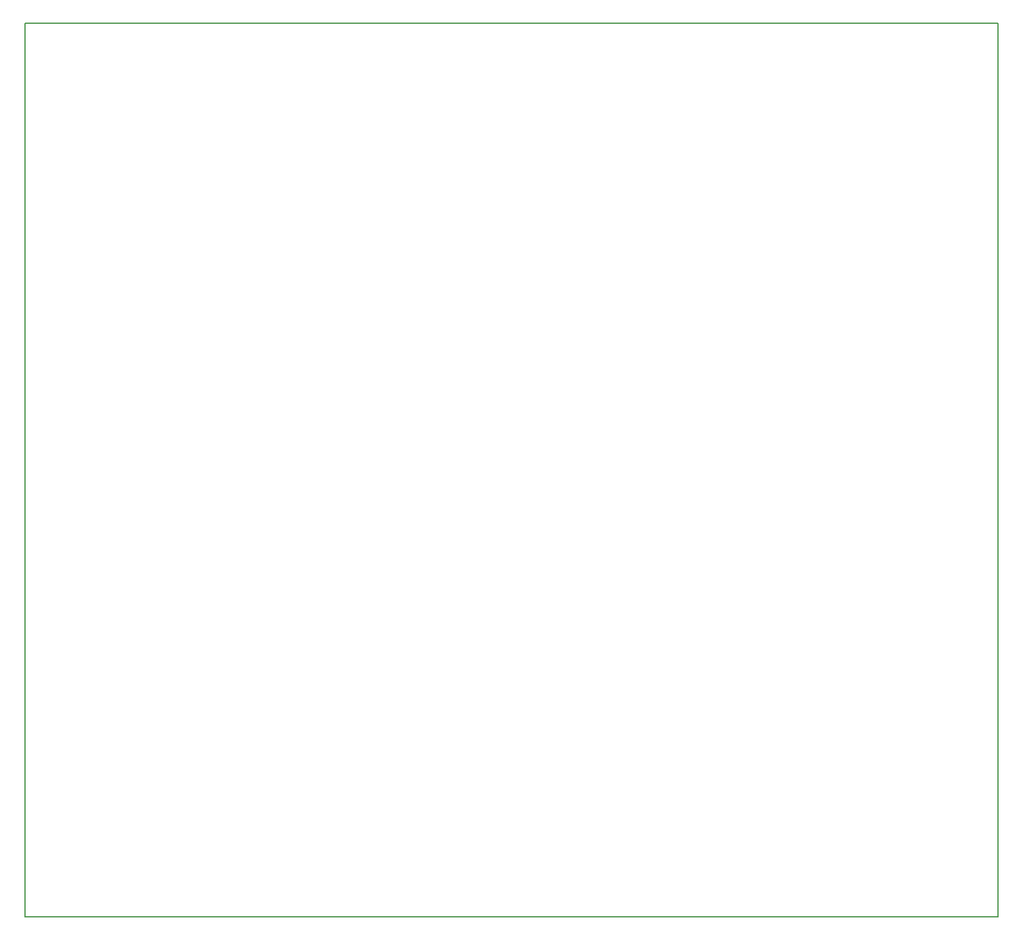
<source format=gko>
G04 Layer_Color=16711935*
%FSLAX24Y24*%
%MOIN*%
G70*
G01*
G75*
%ADD10C,0.0079*%
D10*
X76378Y40945D02*
Y89764D01*
X129528D01*
Y40945D02*
Y89764D01*
X76378Y40945D02*
X129528D01*
M02*

</source>
